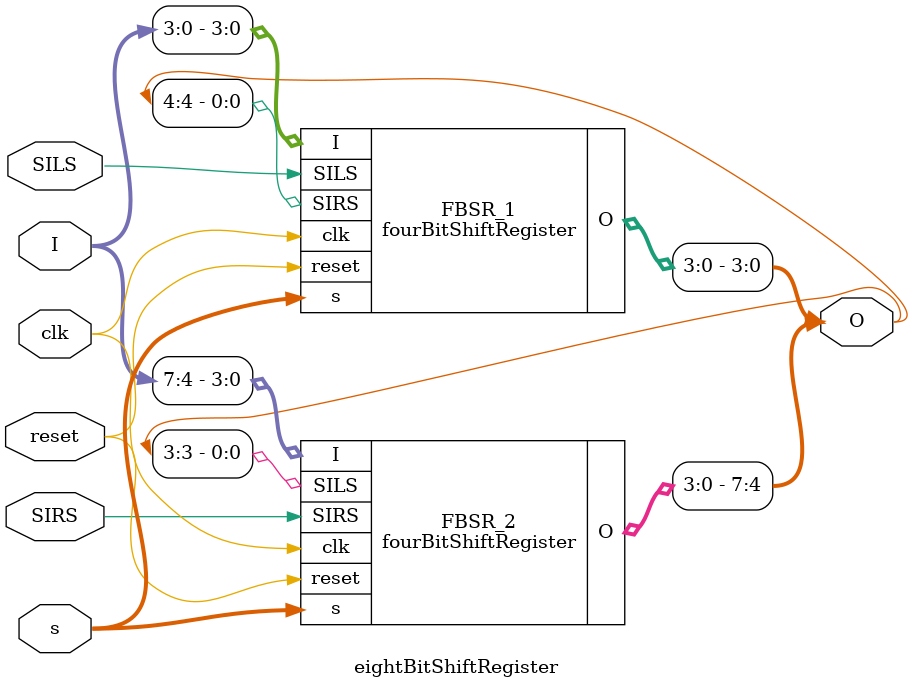
<source format=v>
`include "fourOneMux.v"
`include "dFlipFlop.v"

module oneBitShiftRegister (O, I, s, clk, reset, SIRS, SILS);

    output O;
    input I, clk, SIRS, SILS, reset;
    input [1:0] s;
    wire w;

    fourOneMux MUX(w, s[1], s[0], I, SILS, SIRS, O);

    dFlipFlop DFF(O, w, clk, reset);
    
endmodule

// 2-bit Universal Shift Register
module twoBitShiftRegister (O, I, s, clk, reset, SIRS, SILS);

    output [1:0] O;
    input [1:0] I;
    input clk, SIRS, SILS, reset;
    input [1:0] s;

    oneBitShiftRegister OBSR_1(O[0], I[0], s, clk, reset, O[1], SILS);
    oneBitShiftRegister OBSR_2(O[1], I[1], s, clk, reset, SIRS, O[0]);
    
endmodule

// 4-bit Universal Shift Register
module fourBitShiftRegister (O, I, s, clk, reset, SIRS, SILS);

    output [3:0] O;
    input [3:0] I;
    input clk, SIRS, SILS, reset;
    input [1:0] s;

    twoBitShiftRegister TBSR_1(O[1:0], I[1:0], s, clk, reset, O[2], SILS);
    twoBitShiftRegister TBSR_2(O[3:2], I[3:2], s, clk, reset, SIRS, O[1 ]);
    
endmodule

// 8-bit Universal Shift Register
module eightBitShiftRegister (O, I, s, clk, reset, SIRS, SILS);

    output [7:0] O;
    input [7:0] I;
    input clk, SIRS, SILS, reset;
    input [1:0] s;

    fourBitShiftRegister FBSR_1(O[3:0], I[3:0], s, clk, reset, O[4], SILS);
    fourBitShiftRegister FBSR_2(O[7:4], I[7:4], s, clk, reset, SIRS, O[3]);
    
endmodule
</source>
